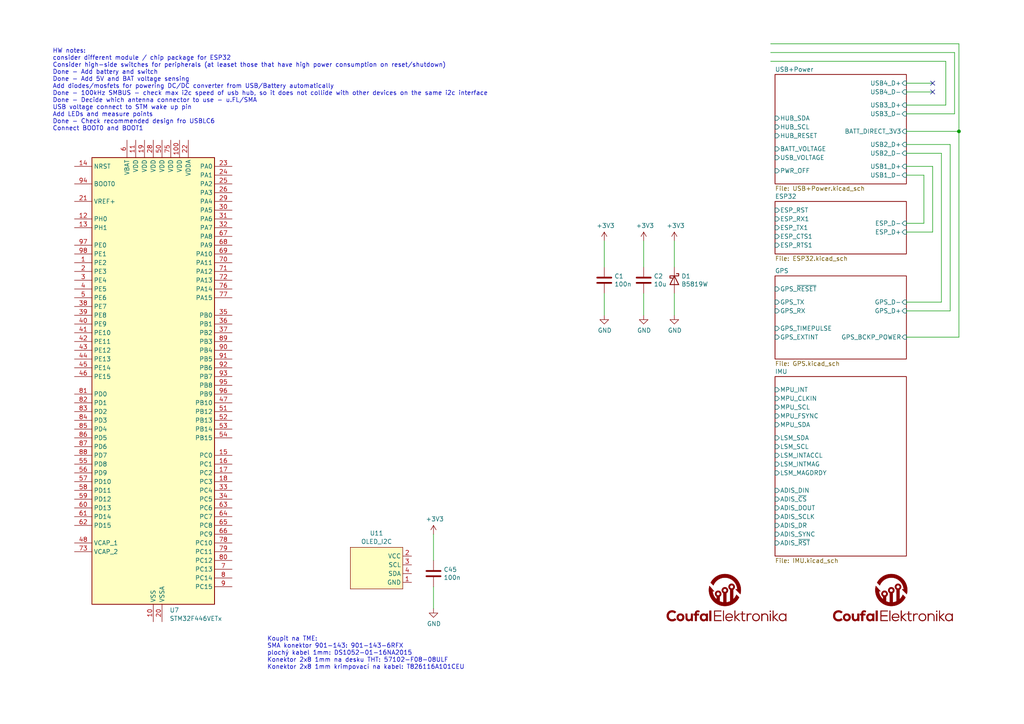
<source format=kicad_sch>
(kicad_sch (version 20230121) (generator eeschema)
  (paper "A4")
  (lib_symbols
    (symbol "Device:C" (pin_numbers hide) (pin_names (offset 0.254))
      (property "Reference" "C" (at 0.635 2.54 0))
      (property "Value" "C" (at 0.635 -2.54 0))
      (symbol "C_1_1"
        (pin passive line (at 0 3.81 270) (length 2.794) (name "~") (number "1"))
        (pin passive line (at 0 -3.81 90) (length 2.794) (name "~") (number "2"))
      )
    )
    (symbol "Device:D_Schottky" (pin_numbers hide) (pin_names (offset 1.016) hide)
      (property "Reference" "D" (at 0 2.54 0))
      (property "Value" "D_Schottky" (at 0 -2.54 0))
      (symbol "D_Schottky_1_1"
        (pin passive line (at -3.81 0 0) (length 2.54) (name "K") (number "1"))
        (pin passive line (at 3.81 0 180) (length 2.54) (name "A") (number "2"))
      )
    )
    (symbol "Device:D_Zener" (pin_numbers hide) (pin_names (offset 1.016) hide)
      (property "Reference" "D" (at 0 2.54 0))
      (property "Value" "D_Zener" (at 0 -2.54 0))
      (symbol "D_Zener_1_1"
        (pin passive line (at -3.81 0 0) (length 2.54) (name "K") (number "1"))
        (pin passive line (at 3.81 0 180) (length 2.54) (name "A") (number "2"))
      )
    )
    (symbol "IMUnav:OLED_I2C"
      (property "Reference" "U" (at -0.635 7.62 0))
      (property "Value" "OLED_I2C" (at -3.81 0 0))
      (symbol "OLED_I2C_1_1"
        (pin input line (at 8.89 -3.81 180) (length 2.54) (name "GND") (number "1"))
        (pin input line (at 8.89 3.81 180) (length 2.54) (name "VCC") (number "2"))
        (pin input line (at 8.89 1.27 180) (length 2.54) (name "SCL") (number "3"))
        (pin input line (at 8.89 -1.27 180) (length 2.54) (name "SDA") (number "4"))
      )
    )
    (symbol "MCU_ST_STM32F4:STM32F446VETx"
      (property "Reference" "U" (at -17.78 67.31 0))
      (property "Value" "STM32F446VETx" (at 12.7 67.31 0))
      (symbol "STM32F446VETx_1_1"
        (pin bidirectional line (at -22.86 35.56 0) (length 5.08) (name "PE2") (number "1"))
        (pin power_in line (at 0 -68.58 90) (length 5.08) (name "VSS") (number "10"))
        (pin power_in line (at 7.62 71.12 270) (length 5.08) (name "VDD") (number "100"))
        (pin power_in line (at -5.08 71.12 270) (length 5.08) (name "VDD") (number "11"))
        (pin bidirectional line (at -22.86 48.26 0) (length 5.08) (name "PH0") (number "12"))
        (pin bidirectional line (at -22.86 45.72 0) (length 5.08) (name "PH1") (number "13"))
        (pin input line (at -22.86 63.5 0) (length 5.08) (name "NRST") (number "14"))
        (pin bidirectional line (at 22.86 -20.32 180) (length 5.08) (name "PC0") (number "15"))
        (pin bidirectional line (at 22.86 -22.86 180) (length 5.08) (name "PC1") (number "16"))
        (pin bidirectional line (at 22.86 -25.4 180) (length 5.08) (name "PC2") (number "17"))
        (pin bidirectional line (at 22.86 -27.94 180) (length 5.08) (name "PC3") (number "18"))
        (pin power_in line (at -2.54 71.12 270) (length 5.08) (name "VDD") (number "19"))
        (pin bidirectional line (at -22.86 33.02 0) (length 5.08) (name "PE3") (number "2"))
        (pin power_in line (at 2.54 -68.58 90) (length 5.08) (name "VSSA") (number "20"))
        (pin input line (at -22.86 53.34 0) (length 5.08) (name "VREF+") (number "21"))
        (pin power_in line (at 10.16 71.12 270) (length 5.08) (name "VDDA") (number "22"))
        (pin bidirectional line (at 22.86 63.5 180) (length 5.08) (name "PA0") (number "23"))
        (pin bidirectional line (at 22.86 60.96 180) (length 5.08) (name "PA1") (number "24"))
        (pin bidirectional line (at 22.86 58.42 180) (length 5.08) (name "PA2") (number "25"))
        (pin bidirectional line (at 22.86 55.88 180) (length 5.08) (name "PA3") (number "26"))
        (pin passive line (at 0 -68.58 90) (length 5.08) hide (name "VSS") (number "27"))
        (pin power_in line (at 0 71.12 270) (length 5.08) (name "VDD") (number "28"))
        (pin bidirectional line (at 22.86 53.34 180) (length 5.08) (name "PA4") (number "29"))
        (pin bidirectional line (at -22.86 30.48 0) (length 5.08) (name "PE4") (number "3"))
        (pin bidirectional line (at 22.86 50.8 180) (length 5.08) (name "PA5") (number "30"))
        (pin bidirectional line (at 22.86 48.26 180) (length 5.08) (name "PA6") (number "31"))
        (pin bidirectional line (at 22.86 45.72 180) (length 5.08) (name "PA7") (number "32"))
        (pin bidirectional line (at 22.86 -30.48 180) (length 5.08) (name "PC4") (number "33"))
        (pin bidirectional line (at 22.86 -33.02 180) (length 5.08) (name "PC5") (number "34"))
        (pin bidirectional line (at 22.86 20.32 180) (length 5.08) (name "PB0") (number "35"))
        (pin bidirectional line (at 22.86 17.78 180) (length 5.08) (name "PB1") (number "36"))
        (pin bidirectional line (at 22.86 15.24 180) (length 5.08) (name "PB2") (number "37"))
        (pin bidirectional line (at -22.86 22.86 0) (length 5.08) (name "PE7") (number "38"))
        (pin bidirectional line (at -22.86 20.32 0) (length 5.08) (name "PE8") (number "39"))
        (pin bidirectional line (at -22.86 27.94 0) (length 5.08) (name "PE5") (number "4"))
        (pin bidirectional line (at -22.86 17.78 0) (length 5.08) (name "PE9") (number "40"))
        (pin bidirectional line (at -22.86 15.24 0) (length 5.08) (name "PE10") (number "41"))
        (pin bidirectional line (at -22.86 12.7 0) (length 5.08) (name "PE11") (number "42"))
        (pin bidirectional line (at -22.86 10.16 0) (length 5.08) (name "PE12") (number "43"))
        (pin bidirectional line (at -22.86 7.62 0) (length 5.08) (name "PE13") (number "44"))
        (pin bidirectional line (at -22.86 5.08 0) (length 5.08) (name "PE14") (number "45"))
        (pin bidirectional line (at -22.86 2.54 0) (length 5.08) (name "PE15") (number "46"))
        (pin bidirectional line (at 22.86 -5.08 180) (length 5.08) (name "PB10") (number "47"))
        (pin power_out line (at -22.86 -45.72 0) (length 5.08) (name "VCAP_1") (number "48"))
        (pin passive line (at 0 -68.58 90) (length 5.08) hide (name "VSS") (number "49"))
        (pin bidirectional line (at -22.86 25.4 0) (length 5.08) (name "PE6") (number "5"))
        (pin power_in line (at 2.54 71.12 270) (length 5.08) (name "VDD") (number "50"))
        (pin bidirectional line (at 22.86 -7.62 180) (length 5.08) (name "PB12") (number "51"))
        (pin bidirectional line (at 22.86 -10.16 180) (length 5.08) (name "PB13") (number "52"))
        (pin bidirectional line (at 22.86 -12.7 180) (length 5.08) (name "PB14") (number "53"))
        (pin bidirectional line (at 22.86 -15.24 180) (length 5.08) (name "PB15") (number "54"))
        (pin bidirectional line (at -22.86 -22.86 0) (length 5.08) (name "PD8") (number "55"))
        (pin bidirectional line (at -22.86 -25.4 0) (length 5.08) (name "PD9") (number "56"))
        (pin bidirectional line (at -22.86 -27.94 0) (length 5.08) (name "PD10") (number "57"))
        (pin bidirectional line (at -22.86 -30.48 0) (length 5.08) (name "PD11") (number "58"))
        (pin bidirectional line (at -22.86 -33.02 0) (length 5.08) (name "PD12") (number "59"))
        (pin power_in line (at -7.62 71.12 270) (length 5.08) (name "VBAT") (number "6"))
        (pin bidirectional line (at -22.86 -35.56 0) (length 5.08) (name "PD13") (number "60"))
        (pin bidirectional line (at -22.86 -38.1 0) (length 5.08) (name "PD14") (number "61"))
        (pin bidirectional line (at -22.86 -40.64 0) (length 5.08) (name "PD15") (number "62"))
        (pin bidirectional line (at 22.86 -35.56 180) (length 5.08) (name "PC6") (number "63"))
        (pin bidirectional line (at 22.86 -38.1 180) (length 5.08) (name "PC7") (number "64"))
        (pin bidirectional line (at 22.86 -40.64 180) (length 5.08) (name "PC8") (number "65"))
        (pin bidirectional line (at 22.86 -43.18 180) (length 5.08) (name "PC9") (number "66"))
        (pin bidirectional line (at 22.86 43.18 180) (length 5.08) (name "PA8") (number "67"))
        (pin bidirectional line (at 22.86 40.64 180) (length 5.08) (name "PA9") (number "68"))
        (pin bidirectional line (at 22.86 38.1 180) (length 5.08) (name "PA10") (number "69"))
        (pin bidirectional line (at 22.86 -53.34 180) (length 5.08) (name "PC13") (number "7"))
        (pin bidirectional line (at 22.86 35.56 180) (length 5.08) (name "PA11") (number "70"))
        (pin bidirectional line (at 22.86 33.02 180) (length 5.08) (name "PA12") (number "71"))
        (pin bidirectional line (at 22.86 30.48 180) (length 5.08) (name "PA13") (number "72"))
        (pin power_out line (at -22.86 -48.26 0) (length 5.08) (name "VCAP_2") (number "73"))
        (pin passive line (at 0 -68.58 90) (length 5.08) hide (name "VSS") (number "74"))
        (pin power_in line (at 5.08 71.12 270) (length 5.08) (name "VDD") (number "75"))
        (pin bidirectional line (at 22.86 27.94 180) (length 5.08) (name "PA14") (number "76"))
        (pin bidirectional line (at 22.86 25.4 180) (length 5.08) (name "PA15") (number "77"))
        (pin bidirectional line (at 22.86 -45.72 180) (length 5.08) (name "PC10") (number "78"))
        (pin bidirectional line (at 22.86 -48.26 180) (length 5.08) (name "PC11") (number "79"))
        (pin bidirectional line (at 22.86 -55.88 180) (length 5.08) (name "PC14") (number "8"))
        (pin bidirectional line (at 22.86 -50.8 180) (length 5.08) (name "PC12") (number "80"))
        (pin bidirectional line (at -22.86 -2.54 0) (length 5.08) (name "PD0") (number "81"))
        (pin bidirectional line (at -22.86 -5.08 0) (length 5.08) (name "PD1") (number "82"))
        (pin bidirectional line (at -22.86 -7.62 0) (length 5.08) (name "PD2") (number "83"))
        (pin bidirectional line (at -22.86 -10.16 0) (length 5.08) (name "PD3") (number "84"))
        (pin bidirectional line (at -22.86 -12.7 0) (length 5.08) (name "PD4") (number "85"))
        (pin bidirectional line (at -22.86 -15.24 0) (length 5.08) (name "PD5") (number "86"))
        (pin bidirectional line (at -22.86 -17.78 0) (length 5.08) (name "PD6") (number "87"))
        (pin bidirectional line (at -22.86 -20.32 0) (length 5.08) (name "PD7") (number "88"))
        (pin bidirectional line (at 22.86 12.7 180) (length 5.08) (name "PB3") (number "89"))
        (pin bidirectional line (at 22.86 -58.42 180) (length 5.08) (name "PC15") (number "9"))
        (pin bidirectional line (at 22.86 10.16 180) (length 5.08) (name "PB4") (number "90"))
        (pin bidirectional line (at 22.86 7.62 180) (length 5.08) (name "PB5") (number "91"))
        (pin bidirectional line (at 22.86 5.08 180) (length 5.08) (name "PB6") (number "92"))
        (pin bidirectional line (at 22.86 2.54 180) (length 5.08) (name "PB7") (number "93"))
        (pin input line (at -22.86 58.42 0) (length 5.08) (name "BOOT0") (number "94"))
        (pin bidirectional line (at 22.86 0 180) (length 5.08) (name "PB8") (number "95"))
        (pin bidirectional line (at 22.86 -2.54 180) (length 5.08) (name "PB9") (number "96"))
        (pin bidirectional line (at -22.86 40.64 0) (length 5.08) (name "PE0") (number "97"))
        (pin bidirectional line (at -22.86 38.1 0) (length 5.08) (name "PE1") (number "98"))
        (pin passive line (at 0 -68.58 90) (length 5.08) hide (name "VSS") (number "99"))
      )
    )
    (symbol "Mechanical:MountingHole" (pin_names (offset 1.016))
      (property "Reference" "H" (at 0 5.08 0))
      (property "Value" "MountingHole" (at 0 3.175 0))
    )
    (symbol "Time-O-Mat_Library:CoufalElektronika_logo" (pin_names (offset 1.016)))
    (symbol "power:+3V3" (power) (pin_names (offset 0))
      (property "Value" "+3V3" (at 0 3.556 0))
      (symbol "+3V3_1_1"
        (pin power_in line (at 0 0 90) (length 0) hide (name "+3V3") (number "1"))
      )
    )
    (symbol "power:GND" (power) (pin_names (offset 0))
      (property "Value" "GND" (at 0 -3.81 0))
      (symbol "GND_1_1"
        (pin power_in line (at 0 0 270) (length 0) hide (name "GND") (number "1"))
      )
    )
  )
  (junction (at 278.13 38.1))
  (no_connect (at 270.51 26.67))
  (no_connect (at 270.51 24.13))
  (wire (pts (xy 276.86 33.02) (xy 276.86 15.24)))
  (wire (pts (xy 175.26 77.47) (xy 175.26 69.85)))
  (wire (pts (xy 223.52 17.78) (xy 274.32 17.78)))
  (wire (pts (xy 262.89 87.63) (xy 273.05 87.63)))
  (wire (pts (xy 267.97 64.77) (xy 267.97 50.8)))
  (wire (pts (xy 195.58 77.47) (xy 195.58 69.85)))
  (wire (pts (xy 278.13 38.1) (xy 262.89 38.1)))
  (wire (pts (xy 175.26 85.09) (xy 175.26 91.44)))
  (wire (pts (xy 262.89 24.13) (xy 270.51 24.13)))
  (wire (pts (xy 262.89 48.26) (xy 270.51 48.26)))
  (wire (pts (xy 125.73 162.56) (xy 125.73 154.94)))
  (wire (pts (xy 273.05 87.63) (xy 273.05 44.45)))
  (wire (pts (xy 274.32 30.48) (xy 274.32 17.78)))
  (wire (pts (xy 223.52 12.7) (xy 278.13 12.7)))
  (wire (pts (xy 262.89 97.79) (xy 278.13 97.79)))
  (wire (pts (xy 34.29 -80.01) (xy 34.29 -72.39)))
  (wire (pts (xy 186.69 85.09) (xy 186.69 91.44)))
  (wire (pts (xy 278.13 38.1) (xy 278.13 12.7)))
  (wire (pts (xy 262.89 30.48) (xy 274.32 30.48)))
  (wire (pts (xy 273.05 44.45) (xy 262.89 44.45)))
  (wire (pts (xy 186.69 69.85) (xy 186.69 77.47)))
  (wire (pts (xy 275.59 90.17) (xy 262.89 90.17)))
  (wire (pts (xy 275.59 41.91) (xy 275.59 90.17)))
  (wire (pts (xy 262.89 41.91) (xy 275.59 41.91)))
  (wire (pts (xy 34.29 -64.77) (xy 34.29 -58.42)))
  (wire (pts (xy 125.73 170.18) (xy 125.73 176.53)))
  (wire (pts (xy 262.89 26.67) (xy 270.51 26.67)))
  (wire (pts (xy 262.89 33.02) (xy 276.86 33.02)))
  (wire (pts (xy 195.58 91.44) (xy 195.58 85.09)))
  (wire (pts (xy 270.51 67.31) (xy 262.89 67.31)))
  (wire (pts (xy 278.13 97.79) (xy 278.13 38.1)))
  (wire (pts (xy 223.52 15.24) (xy 276.86 15.24)))
  (wire (pts (xy 270.51 48.26) (xy 270.51 67.31)))
  (wire (pts (xy 267.97 50.8) (xy 262.89 50.8)))
  (wire (pts (xy 262.89 64.77) (xy 267.97 64.77)))
  (text "HW notes:\nconsider different module / chip package for ESP32\nConsider high-side switches for peripherals (at leaset those that have high power consumption on reset/shutdown)\nDone - Add battery and switch\nDone - Add 5V and BAT voltage sensing\nAdd diodes/mosfets for powering DC/DC converter from USB/Battery automatically\nDone - 100kHz SMBUS - check max i2c speed of usb hub, so it does not collide with other devices on the same i2c interface\nDone - Decide which antenna connector to use - u.FL/SMA\nUSB voltage connect to STM wake up pin\nAdd LEDs and measure points\nDone - Check recommended design fro USBLC6\nConnect BOOT0 and BOOT1\n" (at 15.24 38.1 0) (effects (font (size 1.27 1.27)) (justify left bottom)))
  (text "Koupit na TME:\nSMA konektor 901-143: 901-143-6RFX\nplochý kabel 1mm: DS1052-01-16NA2015\nKonektor 2x8 1mm na desku THT: 57102-F08-08ULF\nKonektor 2x8 1mm krimpovací na kabel: T826116A101CEU" (at 77.47 194.31 0) (effects (font (size 1.27 1.27)) (justify left bottom)))
  (symbol (lib_id "Device:D_Zener") (at 34.29 -68.58 270) (unit 1)
    (property "Reference" "D6" (at 36.322 -69.4147 90) (effects (justify left)))
    (property "Value" "3V3" (at 36.322 -66.8778 90) (effects (justify left)))
    (property "Footprint" "Diode_SMD:D_MiniMELF" (effects hide))
    (property "LCSC" "C8056" (effects hide))
  )
  (symbol (lib_id "Device:D_Schottky") (at 195.58 81.28 270) (unit 1)
    (property "Reference" "D1" (at 197.612 80.1116 90) (effects (justify left)))
    (property "Value" "B5819W" (at 197.612 82.423 90) (effects (justify left)))
    (property "Footprint" "Diode_SMD:D_SOD-123" (effects hide))
    (property "LCSC" "C8598" (effects hide))
  )
  (symbol (lib_id "Mechanical:MountingHole") (at 30.48 -149.86 0) (unit 1) (in_bom no)
    (property "Reference" "H1" (at 33.02 -151.0284 0) (effects (justify left)))
    (property "Value" "MountingHole" (at 33.02 -148.717 0) (effects (justify left)))
    (property "Footprint" "MountingHole:MountingHole_3.2mm_M3" (effects hide))
  )
  (symbol (lib_id "Device:C") (at 175.26 81.28 0) (unit 1)
    (property "Reference" "C1" (at 178.181 80.1116 0) (effects (justify left)))
    (property "Value" "100n" (at 178.181 82.423 0) (effects (justify left)))
    (property "Footprint" "Capacitor_SMD:C_0603_1608Metric" (effects hide))
    (property "LCSC" "C14663" (effects hide))
  )
  (symbol (lib_id "power:GND") (at 195.58 91.44 0) (unit 1)
    (property "Reference" "#PWR08" (effects hide))
    (property "Value" "GND" (at 195.707 95.8342 0))
  )
  (symbol (lib_id "IMUnav:OLED_I2C") (at 110.49 165.1 0) (unit 1)
    (property "Reference" "U11" (at 109.22 154.6565 0))
    (property "Value" "OLED_I2C" (at 109.22 157.0807 0))
    (property "Footprint" "IMUnav:Display_128x64_096_I2C" (effects hide))
  )
  (symbol (lib_id "Device:C") (at 186.69 81.28 0) (unit 1)
    (property "Reference" "C2" (at 189.611 80.1116 0) (effects (justify left)))
    (property "Value" "10u" (at 189.611 82.423 0) (effects (justify left)))
    (property "Footprint" "Capacitor_SMD:C_0805_2012Metric" (effects hide))
    (property "LCSC" "C15850" (effects hide))
  )
  (symbol (lib_id "Time-O-Mat_Library:CoufalElektronika_logo") (at 210.82 173.99 0) (unit 1) (in_bom no)
    (property "Reference" "G1" (effects hide))
    (property "Value" "CoufalElektronika_logo" (effects hide))
    (property "Footprint" "PaLampa_Library:Coufal_elektronika_text_30x13mm" (effects hide))
  )
  (symbol (lib_id "Time-O-Mat_Library:CoufalElektronika_logo") (at 259.08 173.99 0) (unit 1) (in_bom no)
    (property "Reference" "G2" (effects hide))
    (property "Value" "CoufalElektronika_logo" (effects hide))
    (property "Footprint" "PaLampa_Library:Coufal_elektronika_notext_10mm" (effects hide))
  )
  (symbol (lib_id "Mechanical:MountingHole") (at 30.48 -144.78 0) (unit 1) (in_bom no)
    (property "Reference" "H2" (at 33.02 -145.9484 0) (effects (justify left)))
    (property "Value" "MountingHole" (at 33.02 -143.637 0) (effects (justify left)))
    (property "Footprint" "MountingHole:MountingHole_3.2mm_M3" (effects hide))
  )
  (symbol (lib_id "MCU_ST_STM32F4:STM32F446VETx") (at 44.45 111.76 0) (unit 1)
    (property "Reference" "U7" (at 49.1841 176.9801 0) (effects (justify left)))
    (property "Value" "STM32F446VETx" (at 49.1841 179.4043 0) (effects (justify left)))
    (property "Footprint" "Package_QFP:LQFP-100_14x14mm_P0.5mm" (effects hide))
    (property "Datasheet" "https://www.st.com/resource/en/datasheet/stm32f446ve.pdf" (effects hide))
    (property "LCSC" "C91929" (effects hide))
  )
  (symbol (lib_id "power:GND") (at 34.29 -58.42 0) (unit 1)
    (property "Reference" "#PWR0102" (effects hide))
    (property "Value" "GND" (at 34.417 -54.0258 0))
  )
  (symbol (lib_id "power:GND") (at 175.26 91.44 0) (unit 1)
    (property "Reference" "#PWR04" (effects hide))
    (property "Value" "GND" (at 175.387 95.8342 0))
  )
  (symbol (lib_id "power:+3V3") (at 186.69 69.85 0) (unit 1)
    (property "Reference" "#PWR05" (effects hide))
    (property "Value" "+3V3" (at 187.071 65.4558 0))
  )
  (symbol (lib_id "Mechanical:MountingHole") (at 30.48 -139.7 0) (unit 1) (in_bom no)
    (property "Reference" "H3" (at 33.02 -140.8684 0) (effects (justify left)))
    (property "Value" "MountingHole" (at 33.02 -138.557 0) (effects (justify left)))
    (property "Footprint" "MountingHole:MountingHole_3.2mm_M3" (effects hide))
  )
  (symbol (lib_id "power:+3V3") (at 175.26 69.85 0) (unit 1)
    (property "Reference" "#PWR03" (effects hide))
    (property "Value" "+3V3" (at 175.641 65.4558 0))
  )
  (symbol (lib_id "power:+3V3") (at 34.29 -80.01 0) (unit 1)
    (property "Reference" "#PWR0101" (effects hide))
    (property "Value" "+3V3" (at 34.671 -84.4042 0))
  )
  (symbol (lib_id "Device:C") (at 125.73 166.37 0) (unit 1)
    (property "Reference" "C45" (at 128.651 165.2016 0) (effects (justify left)))
    (property "Value" "100n" (at 128.651 167.513 0) (effects (justify left)))
    (property "Footprint" "Capacitor_SMD:C_0603_1608Metric" (effects hide))
    (property "LCSC" "C14663" (effects hide))
  )
  (symbol (lib_id "power:+3V3") (at 125.73 154.94 0) (unit 1)
    (property "Reference" "#PWR0137" (effects hide))
    (property "Value" "+3V3" (at 126.111 150.5458 0))
  )
  (symbol (lib_id "power:+3V3") (at 195.58 69.85 0) (unit 1)
    (property "Reference" "#PWR07" (effects hide))
    (property "Value" "+3V3" (at 195.961 65.4558 0))
  )
  (symbol (lib_id "power:GND") (at 125.73 176.53 0) (unit 1)
    (property "Reference" "#PWR0138" (effects hide))
    (property "Value" "GND" (at 125.857 180.9242 0))
  )
  (symbol (lib_id "power:GND") (at 186.69 91.44 0) (unit 1)
    (property "Reference" "#PWR06" (effects hide))
    (property "Value" "GND" (at 186.817 95.8342 0))
  )
  (symbol (lib_id "Mechanical:MountingHole") (at 30.48 -134.62 0) (unit 1) (in_bom no)
    (property "Reference" "H4" (at 33.02 -135.7884 0) (effects (justify left)))
    (property "Value" "MountingHole" (at 33.02 -133.477 0) (effects (justify left)))
    (property "Footprint" "MountingHole:MountingHole_3.2mm_M3" (effects hide))
  )
  (sheet (at 224.79 109.22) (size 38.1 52.07) (stroke (width 0.1524))
    (property "Sheetname" "IMU" (at 224.79 108.5084 0) (effects (justify left bottom)))
    (property "Sheetfile" "IMU.kicad_sch" (at 224.79 161.8746 0) (effects (justify left top)))
    (pin "MPU_CLKIN" input (at 224.79 115.57 180))
    (pin "MPU_SCL" input (at 224.79 118.11 180))
    (pin "MPU_FSYNC" input (at 224.79 120.65 180))
    (pin "MPU_SDA" input (at 224.79 123.19 180))
    (pin "LSM_SDA" input (at 224.79 127 180))
    (pin "LSM_SCL" input (at 224.79 129.54 180))
    (pin "MPU_INT" input (at 224.79 113.03 180))
    (pin "LSM_INTACCL" input (at 224.79 132.08 180))
    (pin "LSM_INTMAG" input (at 224.79 134.62 180))
    (pin "LSM_MAGDRDY" input (at 224.79 137.16 180))
    (pin "ADIS_DIN" input (at 224.79 142.24 180))
    (pin "ADIS_~{CS}" input (at 224.79 144.78 180))
    (pin "ADIS_DOUT" input (at 224.79 147.32 180))
    (pin "ADIS_SCLK" input (at 224.79 149.86 180))
    (pin "ADIS_DR" input (at 224.79 152.4 180))
    (pin "ADIS_SYNC" input (at 224.79 154.94 180))
    (pin "ADIS_~{RST}" input (at 224.79 157.48 180))
  )
  (sheet (at 224.79 80.01) (size 38.1 24.13) (stroke (width 0.1524))
    (property "Sheetname" "GPS" (at 224.79 79.2984 0) (effects (justify left bottom)))
    (property "Sheetfile" "GPS.kicad_sch" (at 224.79 104.7246 0) (effects (justify left top)))
    (pin "GPS_BCKP_POWER" input (at 262.89 97.79 0))
    (pin "GPS_EXTINT" input (at 224.79 97.79 180))
    (pin "GPS_D-" input (at 262.89 87.63 0))
    (pin "GPS_D+" input (at 262.89 90.17 0))
    (pin "GPS_~{RESET}" input (at 224.79 83.82 180))
    (pin "GPS_TX" input (at 224.79 87.63 180))
    (pin "GPS_RX" input (at 224.79 90.17 180))
    (pin "GPS_TIMEPULSE" input (at 224.79 95.25 180))
  )
  (sheet (at 224.79 21.59) (size 38.1 31.75)
    (property "Sheetname" "USB+Power" (at 224.79 20.8784 0) (effects (justify left bottom)))
    (property "Sheetfile" "USB+Power.kicad_sch" (at 224.79 53.9246 0) (effects (justify left top)))
    (pin "USB3_D+" input (at 262.89 30.48 0))
    (pin "USB3_D-" input (at 262.89 33.02 0))
    (pin "USB2_D+" input (at 262.89 41.91 0))
    (pin "USB2_D-" input (at 262.89 44.45 0))
    (pin "USB1_D+" input (at 262.89 48.26 0))
    (pin "USB1_D-" input (at 262.89 50.8 0))
    (pin "USB4_D-" input (at 262.89 26.67 0))
    (pin "USB4_D+" input (at 262.89 24.13 0))
    (pin "HUB_SDA" input (at 224.79 34.29 180))
    (pin "HUB_SCL" input (at 224.79 36.83 180))
    (pin "HUB_RESET" input (at 224.79 39.37 180))
    (pin "BATT_VOLTAGE" input (at 224.79 43.18 180))
    (pin "USB_VOLTAGE" input (at 224.79 45.72 180))
    (pin "BATT_DIRECT_3V3" input (at 262.89 38.1 0))
    (pin "PWR_OFF" input (at 224.79 49.53 180))
  )
  (sheet (at 224.79 58.42) (size 38.1 15.24) (stroke (width 0.1524))
    (property "Sheetname" "ESP32" (at 224.79 57.7084 0) (effects (justify left bottom)))
    (property "Sheetfile" "ESP32.kicad_sch" (at 224.79 74.2446 0) (effects (justify left top)))
    (pin "ESP_TX1" input (at 224.79 66.04 180))
    (pin "ESP_RX1" input (at 224.79 63.5 180))
    (pin "ESP_CTS1" input (at 224.79 68.58 180))
    (pin "ESP_RTS1" input (at 224.79 71.12 180))
    (pin "ESP_RST" input (at 224.79 60.96 180))
    (pin "ESP_D+" input (at 262.89 67.31 0))
    (pin "ESP_D-" input (at 262.89 64.77 0))
  )
)
</source>
